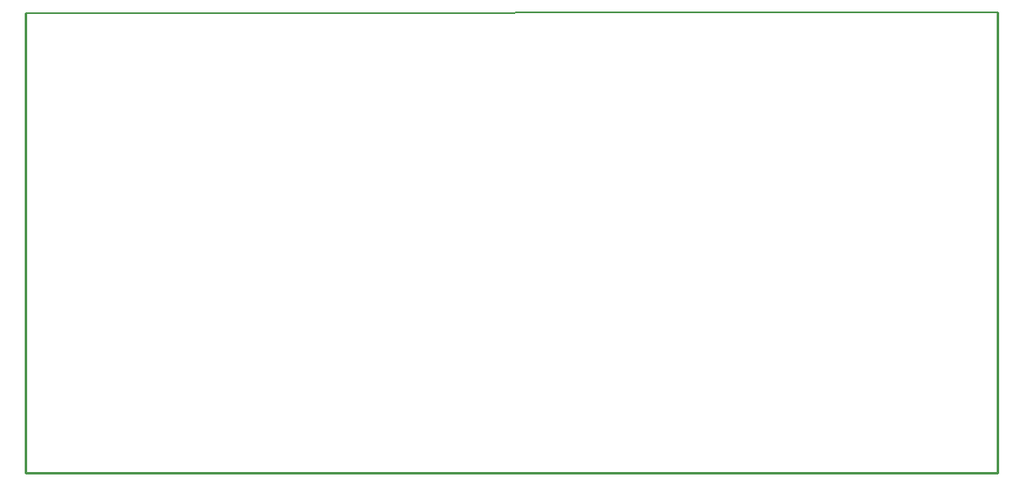
<source format=gko>
G04 Layer: BoardOutlineLayer*
G04 EasyEDA v6.5.51, 2025-10-23 01:57:06*
G04 64fcacbd124c4bd19f57d9140681f8df,69758d36ea3442baaf275648ad48867e,10*
G04 Gerber Generator version 0.2*
G04 Scale: 100 percent, Rotated: No, Reflected: No *
G04 Dimensions in millimeters *
G04 leading zeros omitted , absolute positions ,4 integer and 5 decimal *
%FSLAX45Y45*%
%MOMM*%

%ADD10C,0.2030*%
%ADD11C,0.2540*%
%ADD12C,0.0152*%
D10*
X698500Y3035300D02*
G01*
X10699998Y3041081D01*
D11*
X10699998Y3041081D02*
G01*
X10699998Y-1700019D01*
X700026Y-1700019D01*
X698500Y3035300D01*

%LPD*%
M02*

</source>
